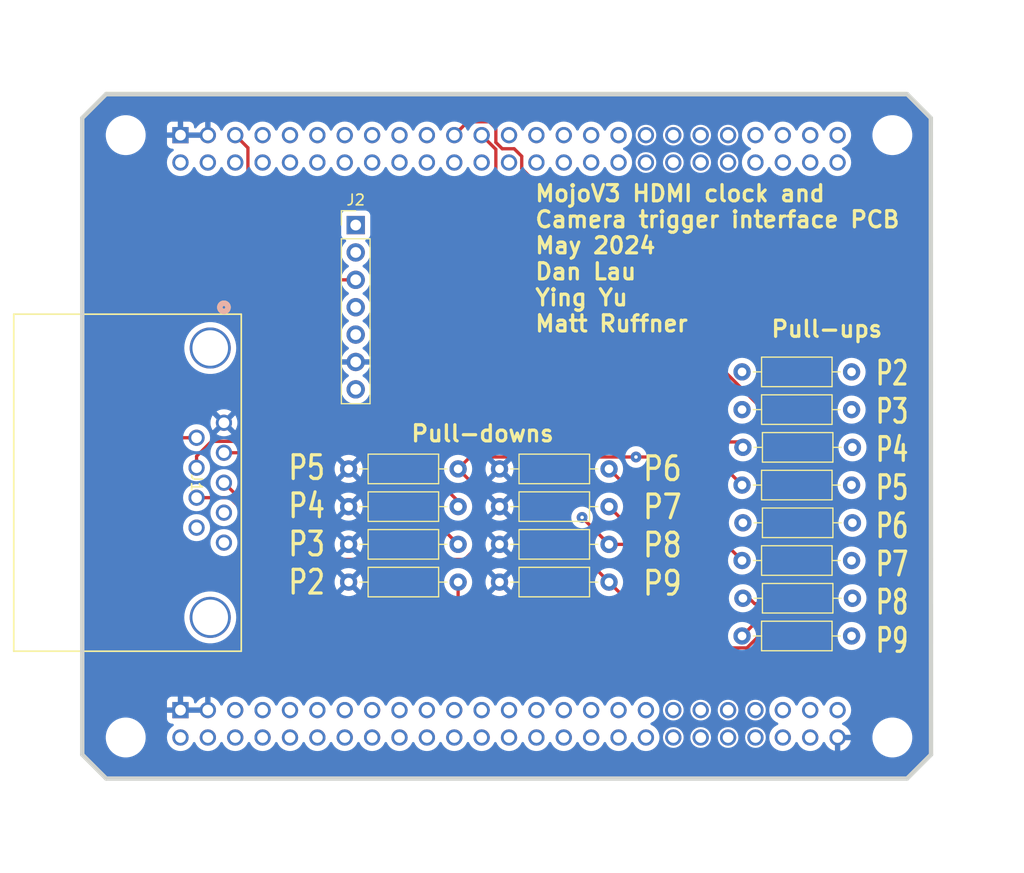
<source format=kicad_pcb>
(kicad_pcb (version 20240108) (generator "pcbnew") (generator_version "8.0")
  (layers (0 "F.Cu" signal) (1 "In1.Cu" signal) (2 "In2.Cu" signal) (31 "B.Cu" signal) (34 "B.Paste" user) (35 "F.Paste" user) (36 "B.SilkS" user "B.Silkscreen") (37 "F.SilkS" user "F.Silkscreen") (38 "B.Mask" user) (39 "F.Mask" user) (44 "Edge.Cuts" user))
  (net 0 "")
  (net 1 "GND")
  (net 2 "3V3")
  (net 3 "D21_P")
  (net 4 "D21_N")
  (net 5 "D11_P")
  (net 6 "D11_N")
  (net 7 "D01_P")
  (net 8 "D01_N")
  (net 9 "CLK1_P")
  (net 10 "CLK1_N")
  (net 11 "D22_P")
  (net 12 "D22_N")
  (net 13 "D12_P")
  (net 14 "D12_N")
  (net 15 "D02_P")
  (net 16 "D02_N")
  (net 17 "CLK2_P")
  (net 18 "CLK2_N")
  (net 19 "LINE_1_4")
  (net 20 "LINE_1_3")
  (net 21 "LINE_1_1")
  (net 22 "LINE_1_2")
  (net 23 "LINE_2_4")
  (net 24 "LINE_2_3")
  (net 25 "LINE_2_1")
  (net 26 "LINE_2_2")
  (net 27 "SCL1_M")
  (net 28 "SDA1_M")
  (net 29 "CTHPD2")
  (net 30 "HP1_M")
  (net 31 "SCL2_M")
  (net 32 "SDA2_M")
  (net 33 "HP2_M")
  (net 34 "5V")
  (net 35 "CTHPD1")
  (net 36 "SCL_C")
  (net 37 "SDA_C")
  (net 38 "PROG_CLK")
  (footprint "Resistor_THT:R_Axial_DIN0207_L6.3mm_D2.5mm_P10.16mm_Horizontal" (layer "F.Cu") (at 253.84 52.5)
    (property "Reference" "R5" (hide yes))
    (property "Value" "R-US_R0603" (hide yes))
    (fp_line (start 1.04 0) (end 1.81 0) (stroke (width 0.12)) (layer "F.SilkS"))
    (fp_line (start 1.81 -1.37) (end 1.81 1.37) (stroke (width 0.12)) (layer "F.SilkS"))
    (fp_line (start 1.81 1.37) (end 8.35 1.37) (stroke (width 0.12)) (layer "F.SilkS"))
    (fp_line (start 8.35 -1.37) (end 1.81 -1.37) (stroke (width 0.12)) (layer "F.SilkS"))
    (fp_line (start 8.35 1.37) (end 8.35 -1.37) (stroke (width 0.12)) (layer "F.SilkS"))
    (fp_line (start 9.12 0) (end 8.35 0) (stroke (width 0.12)) (layer "F.SilkS"))
    (pad "1" thru_hole circle (at 0 0) (size 1.6 1.6) (drill 0.8) (layers "*.Cu" "*.Mask") (net 21 "LINE_1_1"))
    (pad "2" thru_hole oval (at 10.16 0) (size 1.6 1.6) (drill 0.8) (layers "*.Cu" "*.Mask") (net 2 "3V3"))
  )
  (footprint "Resistor_THT:R_Axial_DIN0207_L6.3mm_D2.5mm_P10.16mm_Horizontal" (layer "F.Cu") (at 217.34 65)
    (property "Reference" "R38" (hide yes))
    (property "Value" "R-US_R0603" (hide yes))
    (fp_line (start 1.04 0) (end 1.81 0) (stroke (width 0.12)) (layer "F.SilkS"))
    (fp_line (start 1.81 -1.37) (end 1.81 1.37) (stroke (width 0.12)) (layer "F.SilkS"))
    (fp_line (start 1.81 1.37) (end 8.35 1.37) (stroke (width 0.12)) (layer "F.SilkS"))
    (fp_line (start 8.35 -1.37) (end 1.81 -1.37) (stroke (width 0.12)) (layer "F.SilkS"))
    (fp_line (start 8.35 1.37) (end 8.35 -1.37) (stroke (width 0.12)) (layer "F.SilkS"))
    (fp_line (start 9.12 0) (end 8.35 0) (stroke (width 0.12)) (layer "F.SilkS"))
    (pad "1" thru_hole circle (at 0 0) (size 1.6 1.6) (drill 0.8) (layers "*.Cu" "*.Mask") (net 1 "GND"))
    (pad "2" thru_hole oval (at 10.16 0) (size 1.6 1.6) (drill 0.8) (layers "*.Cu" "*.Mask") (net 20 "LINE_1_3"))
  )
  (footprint "Resistor_THT:R_Axial_DIN0207_L6.3mm_D2.5mm_P10.16mm_Horizontal" (layer "F.Cu") (at 231.34 72)
    (property "Reference" "R36" (hide yes))
    (property "Value" "R-US_R0603" (hide yes))
    (fp_line (start 1.04 0) (end 1.81 0) (stroke (width 0.12)) (layer "F.SilkS"))
    (fp_line (start 1.81 -1.37) (end 1.81 1.37) (stroke (width 0.12)) (layer "F.SilkS"))
    (fp_line (start 1.81 1.37) (end 8.35 1.37) (stroke (width 0.12)) (layer "F.SilkS"))
    (fp_line (start 8.35 -1.37) (end 1.81 -1.37) (stroke (width 0.12)) (layer "F.SilkS"))
    (fp_line (start 8.35 1.37) (end 8.35 -1.37) (stroke (width 0.12)) (layer "F.SilkS"))
    (fp_line (start 9.12 0) (end 8.35 0) (stroke (width 0.12)) (layer "F.SilkS"))
    (pad "1" thru_hole circle (at 0 0) (size 1.6 1.6) (drill 0.8) (layers "*.Cu" "*.Mask") (net 1 "GND"))
    (pad "2" thru_hole oval (at 10.16 0) (size 1.6 1.6) (drill 0.8) (layers "*.Cu" "*.Mask") (net 25 "LINE_2_1"))
  )
  (footprint "MOJO_V3" (layer "F.Cu") (at 192.8525 90.2266)
    (property "Reference" "U$1" (hide yes))
    (property "Value" "MOJOV3" (hide yes))
    (fp_line (start 76.165 -63.5) (end 2 -63.5) (stroke (width 0.4064)) (layer "F.SilkS"))
    (fp_line (start -0.2225 -61.2775) (end -0.2225 -2.2225) (stroke (width 0.4064)) (layer "Edge.Cuts"))
    (fp_line (start -0.2225 -2.2225) (end 2 0) (stroke (width 0.4064)) (layer "Edge.Cuts"))
    (fp_line (start 2 -63.5) (end -0.2225 -61.2775) (stroke (width 0.4064)) (layer "Edge.Cuts"))
    (fp_line (start 2 0) (end 76.295 0) (stroke (width 0.4064)) (layer "Edge.Cuts"))
    (fp_line (start 76.295 -63.5) (end 2 -63.5) (stroke (width 0.4064)) (layer "Edge.Cuts"))
    (fp_line (start 76.295 0) (end 78.5175 -2.2225) (stroke (width 0.4064)) (layer "Edge.Cuts"))
    (fp_line (start 78.5 -61.2775) (end 76.294982 -63.499982) (stroke (width 0.4064)) (layer "Edge.Cuts"))
    (fp_line (start 78.5175 -2.2225) (end 78.5 -61.2775) (stroke (width 0.4064)) (layer "Edge.Cuts"))
    (pad "" np_thru_hole circle (at 3.81 -59.69) (size 3.2 3.2) (drill 3.2) (layers "*.Cu" "*.Mask"))
    (pad "" np_thru_hole circle (at 3.81 -3.81) (size 3.2 3.2) (drill 3.2) (layers "*.Cu" "*.Mask"))
    (pad "" np_thru_hole circle (at 74.93 -59.69) (size 3.2 3.2) (drill 3.2) (layers "*.Cu" "*.Mask"))
    (pad "" np_thru_hole circle (at 74.93 -3.81) (size 3.2 3.2) (drill 3.2) (layers "*.Cu" "*.Mask"))
    (pad "1" thru_hole circle (at 49.53 -57.15) (size 1.508 1.508) (drill 1) (layers "*.Cu" "*.Mask") (net 27 "SCL1_M"))
    (pad "2" thru_hole circle (at 49.53 -59.69) (size 1.508 1.508) (drill 1) (layers "*.Cu" "*.Mask") (net 28 "SDA1_M"))
    (pad "5" thru_hole circle (at 46.99 -57.15) (size 1.508 1.508) (drill 1) (layers "*.Cu" "*.Mask") (net 30 "HP1_M"))
    (pad "6" thru_hole circle (at 46.99 -59.69) (size 1.508 1.508) (drill 1) (layers "*.Cu" "*.Mask"))
    (pad "7" thru_hole circle (at 44.45 -57.15) (size 1.508 1.508) (drill 1) (layers "*.Cu" "*.Mask") (net 35 "CTHPD1"))
    (pad "8" thru_hole circle (at 44.45 -59.69) (size 1.508 1.508) (drill 1) (layers "*.Cu" "*.Mask"))
    (pad "9" thru_hole circle (at 41.91 -57.15) (size 1.508 1.508) (drill 1) (layers "*.Cu" "*.Mask"))
    (pad "10" thru_hole circle (at 41.91 -59.69) (size 1.508 1.508) (drill 1) (layers "*.Cu" "*.Mask"))
    (pad "11" thru_hole circle (at 39.37 -57.15) (size 1.508 1.508) (drill 1) (layers "*.Cu" "*.Mask") (net 22 "LINE_1_2"))
    (pad "12" thru_hole circle (at 39.37 -59.69) (size 1.508 1.508) (drill 1) (layers "*.Cu" "*.Mask") (net 21 "LINE_1_1"))
    (pad "14" thru_hole circle (at 36.83 -57.15) (size 1.508 1.508) (drill 1) (layers "*.Cu" "*.Mask") (net 19 "LINE_1_4"))
    (pad "15" thru_hole circle (at 36.83 -59.69) (size 1.508 1.508) (drill 1) (layers "*.Cu" "*.Mask") (net 20 "LINE_1_3"))
    (pad "16" thru_hole circle (at 34.29 -57.15) (size 1.508 1.508) (drill 1) (layers "*.Cu" "*.Mask") (net 26 "LINE_2_2"))
    (pad "17" thru_hole circle (at 34.29 -59.69) (size 1.508 1.508) (drill 1) (layers "*.Cu" "*.Mask") (net 25 "LINE_2_1"))
    (pad "21" thru_hole circle (at 31.75 -57.15) (size 1.508 1.508) (drill 1) (layers "*.Cu" "*.Mask") (net 23 "LINE_2_4"))
    (pad "22" thru_hole circle (at 31.75 -59.69) (size 1.508 1.508) (drill 1) (layers "*.Cu" "*.Mask") (net 24 "LINE_2_3"))
    (pad "23" thru_hole circle (at 29.21 -57.15) (size 1.508 1.508) (drill 1) (layers "*.Cu" "*.Mask") (net 36 "SCL_C"))
    (pad "24" thru_hole circle (at 29.21 -59.69) (size 1.508 1.508) (drill 1) (layers "*.Cu" "*.Mask") (net 37 "SDA_C"))
    (pad "26" thru_hole circle (at 26.67 -57.15) (size 1.508 1.508) (drill 1) (layers "*.Cu" "*.Mask"))
    (pad "27" thru_hole circle (at 26.67 -59.69) (size 1.508 1.508) (drill 1) (layers "*.Cu" "*.Mask"))
    (pad "29" thru_hole circle (at 24.13 -57.15) (size 1.508 1.508) (drill 1) (layers "*.Cu" "*.Mask"))
    (pad "30" thru_hole circle (at 24.13 -59.69) (size 1.508 1.508) (drill 1) (layers "*.Cu" "*.Mask"))
    (pad "32" thru_hole circle (at 21.59 -57.15) (size 1.508 1.508) (drill 1) (layers "*.Cu" "*.Mask"))
    (pad "33" thru_hole circle (at 21.59 -59.69) (size 1.508 1.508) (drill 1) (layers "*.Cu" "*.Mask"))
    (pad "34" thru_hole circle (at 19.05 -57.15) (size 1.508 1.508) (drill 1) (layers "*.Cu" "*.Mask"))
    (pad "35" thru_hole circle (at 19.05 -59.69) (size 1.508 1.508) (drill 1) (layers "*.Cu" "*.Mask"))
    (pad "40" thru_hole circle (at 16.51 -57.15) (size 1.508 1.508) (drill 1) (layers "*.Cu" "*.Mask"))
    (pad "41" thru_hole circle (at 16.51 -59.69) (size 1.508 1.508) (drill 1) (layers "*.Cu" "*.Mask"))
    (pad "50" thru_hole circle (at 13.97 -57.15) (size 1.508 1.508) (drill 1) (layers "*.Cu" "*.Mask"))
    (pad "51" thru_hole circle (at 13.97 -59.69) (size 1.508 1.508) (drill 1) (layers "*.Cu" "*.Mask") (net 38 "PROG_CLK"))
    (pad "57" thru_hole circle (at 16.51 -3.81) (size 1.508 1.508) (drill 1) (layers "*.Cu" "*.Mask"))
    (pad "58" thru_hole circle (at 16.51 -6.35) (size 1.508 1.508) (drill 1) (layers "*.Cu" "*.Mask"))
    (pad "66" thru_hole circle (at 19.05 -3.81) (size 1.508 1.508) (drill 1) (layers "*.Cu" "*.Mask"))
    (pad "67" thru_hole circle (at 19.05 -6.35) (size 1.508 1.508) (drill 1) (layers "*.Cu" "*.Mask"))
    (pad "74" thru_hole circle (at 21.59 -3.81) (size 1.508 1.508) (drill 1) (layers "*.Cu" "*.Mask"))
    (pad "75" thru_hole circle (at 21.59 -6.35) (size 1.508 1.508) (drill 1) (layers "*.Cu" "*.Mask"))
    (pad "78" thru_hole circle (at 24.13 -3.81) (size 1.508 1.508) (drill 1) (layers "*.Cu" "*.Mask"))
    (pad "79" thru_hole circle (at 24.13 -6.35) (size 1.508 1.508) (drill 1) (layers "*.Cu" "*.Mask"))
    (pad "80" thru_hole circle (at 26.67 -3.81) (size 1.508 1.508) (drill 1) (layers "*.Cu" "*.Mask"))
    (pad "81" thru_hole circle (at 26.67 -6.35) (size 1.508 1.508) (drill 1) (layers "*.Cu" "*.Mask"))
    (pad "82" thru_hole circle (at 29.21 -3.81) (size 1.508 1.508) (drill 1) (layers "*.Cu" "*.Mask"))
    (pad "83" thru_hole circle (at 29.21 -6.35) (size 1.508 1.508) (drill 1) (layers "*.Cu" "*.Mask"))
    (pad "84" thru_hole circle (at 31.75 -3.81) (size 1.508 1.508) (drill 1) (layers "*.Cu" "*.Mask"))
    (pad "85" thru_hole circle (at 31.75 -6.35) (size 1.508 1.508) (drill 1) (layers "*.Cu" "*.Mask"))
    (pad "87" thru_hole circle (at 34.29 -3.81) (size 1.508 1.508) (drill 1) (layers "*.Cu" "*.Mask"))
    (pad "88" thru_hole circle (at 34.29 -6.35) (size 1.508 1.508) (drill 1) (layers "*.Cu" "*.Mask"))
    (pad "92" thru_hole circle (at 36.83 -3.81) (size 1.508 1.508) (drill 1) (layers "*.Cu" "*.Mask"))
    (pad "93" thru_hole circle (at 36.83 -6.35) (size 1.508 1.508) (drill 1) (layers "*.Cu" "*.Mask"))
    (pad "94" thru_hole circle (at 39.37 -3.81) (size 1.508 1.508) (drill 1) (layers "*.Cu" "*.Mask"))
    (pad "95" thru_hole circle (at 39.37 -6.35) (size 1.508 1.508) (drill 1) (layers "*.Cu" "*.Mask") (net 31 "SCL2_M"))
    (pad "97" thru_hole circle (at 41.91 -3.81) (size 1.508 1.508) (drill 1) (layers "*.Cu" "*.Mask"))
    (pad "98" thru_hole circle (at 41.91 -6.35) (size 1.508 1.508) (drill 1) (layers "*.Cu" "*.Mask") (net 32 "SDA2_M"))
    (pad "99" thru_hole circle (at 44.45 -3.81) (size 1.508 1.508) (drill 1) (layers "*.Cu" "*.Mask"))
    (pad "100" thru_hole circle (at 44.45 -6.35) (size 1.508 1.508) (drill 1) (layers "*.Cu" "*.Mask") (net 33 "HP2_M"))
    (pad "101" thru_hole circle (at 46.99 -3.81) (size 1.508 1.508) (drill 1) (layers "*.Cu" "*.Mask"))
    (pad "102" thru_hole circle (at 46.99 -6.35) (size 1.508 1.508) (drill 1) (layers "*.Cu" "*.Mask") (net 29 "CTHPD2"))
    (pad "104" thru_hole circle (at 49.53 -3.81) (size 1.508 1.508) (drill 1) (layers "*.Cu" "*.Mask"))
    (pad "105" thru_hole circle (at 49.53 -6.35) (size 1.508 1.508) (drill 1) (layers "*.Cu" "*.Mask"))
    (pad "111" thru_hole circle (at 52.07 -3.81) (size 1.508 1.508) (drill 1) (layers "*.Cu" "*.Mask"))
    (pad "112" thru_hole circle (at 52.07 -6.35) (size 1.508 1.508) (drill 1) (layers "*.Cu" "*.Mask"))
    (pad "114" thru_hole circle (at 54.61 -3.81) (size 1.508 1.508) (drill 1) (layers "*.Cu" "*.Mask") (net 12 "D22_N"))
    (pad "115" thru_hole circle (at 54.61 -6.35) (size 1.508 1.508) (drill 1) (layers "*.Cu" "*.Mask") (net 11 "D22_P"))
    (pad "116" thru_hole circle (at 57.15 -3.81) (size 1.508 1.508) (drill 1) (layers "*.Cu" "*.Mask") (net 14 "D12_N"))
    (pad "117" thru_hole circle (at 57.15 -6.35) (size 1.508 1.508) (drill 1) (layers "*.Cu" "*.Mask") (net 13 "D12_P"))
    (pad "118" thru_hole circle (at 59.69 -3.81) (size 1.508 1.508) (drill 1) (layers "*.Cu" "*.Mask") (net 16 "D02_N"))
    (pad "119" thru_hole circle (at 59.69 -6.35) (size 1.508 1.508) (drill 1) (layers "*.Cu" "*.Mask") (net 15 "D02_P"))
    (pad "120" thru_hole circle (at 62.23 -3.81) (size 1.508 1.508) (drill 1) (layers "*.Cu" "*.Mask") (net 18 "CLK2_N"))
    (pad "121" thru_hole circle (at 62.23 -6.35) (size 1.508 1.508) (drill 1) (layers "*.Cu" "*.Mask") (net 17 "CLK2_P"))
    (pad "123" thru_hole circle (at 69.85 -57.15) (size 1.508 1.508) (drill 1) (layers "*.Cu" "*.Mask"))
    (pad "124" thru_hole circle (at 69.85 -59.69) (size 1.508 1.508) (drill 1) (layers "*.Cu" "*.Mask"))
    (pad "126" thru_hole circle (at 67.31 -57.15) (size 1.508 1.508) (drill 1) (layers "*.Cu" "*.Mask"))
    (pad "127" thru_hole circle (at 67.31 -59.69) (size 1.508 1.508) (drill 1) (layers "*.Cu" "*.Mask"))
    (pad "131" thru_hole circle (at 64.77 -57.15) (size 1.508 1.508) (drill 1) (layers "*.Cu" "*.Mask"))
    (pad "132" thru_hole circle (at 64.77 -59.69) (size 1.508 1.508) (drill 1) (layers "*.Cu" "*.Mask"))
    (pad "133" thru_hole circle (at 62.23 -57.15) (size 1.508 1.508) (drill 1) (layers "*.Cu" "*.Mask"))
    (pad "134" thru_hole circle (at 62.23 -59.69) (size 1.508 1.508) (drill 1) (layers "*.Cu" "*.Mask"))
    (pad "137" thru_hole circle (at 59.69 -57.15) (size 1.508 1.508) (drill 1) (layers "*.Cu" "*.Mask") (net 4 "D21_N"))
    (pad "138" thru_hole circle (at 59.69 -59.69) (size 1.508 1.508) (drill 1) (layers "*.Cu" "*.Mask") (net 3 "D21_P"))
    (pad "139" thru_hole circle (at 57.15 -57.15) (size 1.508 1.508) (drill 1) (layers "*.Cu" "*.Mask") (net 6 "D11_N"))
    (pad "140" thru_hole circle (at 57.15 -59.69) (size 1.508 1.508) (drill 1) (layers "*.Cu" "*.Mask") (net 5 "D11_P"))
    (pad "141" thru_hole circle (at 54.61 -57.15) (size 1.508 1.508) (drill 1) (layers "*.Cu" "*.Mask") (net 8 "D01_N"))
    (pad "142" thru_hole circle (at 54.61 -59.69) (size 1.508 1.508) (drill 1) (layers "*.Cu" "*.Mask") (net 7 "D01_P"))
    (pad "143" thru_hole circle (at 52.07 -57.15) (size 1.508 1.508) (drill 1) (layers "*.Cu" "*.Mask") (net 10 "CLK1_N"))
    (pad "144" thru_hole circle (at 52.07 -59.69) (size 1.508 1.508) (drill 1) (layers "*.Cu" "*.Mask") (net 9 "CLK1_P"))
    (pad "DONE" thru_hole circle (at 13.97 -3.81) (size 1.508 1.508) (drill 1) (layers "*.Cu" "*.Mask"))
    (pad "GND@1" thru_hole rect (at 8.89 -59.69) (size 1.508 1.508) (drill 1) (layers "*.Cu" "*.Mask") (net 1 "GND"))
    (pad "GND@2" thru_hole circle (at 11.43 -59.69) (size 1.508 1.508) (drill 1) (layers "*.Cu" "*.Mask") (net 1 "GND"))
    (pad "GND@3" thru_hole rect (at 8.89 -6.35) (size 1.508 1.508) (drill 1) (layers "*.Cu" "*.Mask") (net 1 "GND"))
    (pad "GND@4" thru_hole circle (at 11.43 -6.35) (size 1.508 1.508) (drill 1) (layers "*.Cu" "*.Mask") (net 1 "GND"))
    (pad "GND@6" thru_hole circle (at 69.85 -3.81) (size 1.508 1.508) (drill 1) (layers "*.Cu" "*.Mask") (net 1 "GND"))
    (pad "RAW@1" thru_hole circle (at 8.89 -57.15) (size 1.508 1.508) (drill 1) (layers "*.Cu" "*.Mask") (net 34 "5V"))
    (pad "RAW@2" thru_hole circle (at 8.89 -3.81) (size 1.508 1.508) (drill 1) (layers "*.Cu" "*.Mask") (net 34 "5V"))
    (pad "RST" thru_hole circle (at 69.85 -6.35) (size 1.508 1.508) (drill 1) (layers "*.Cu" "*.Mask"))
    (pad "SUS" thru_hole circle (at 13.97 -6.35) (size 1.508 1.508) (drill 1) (layers "*.Cu" "*.Mask"))
    (pad "TCK" thru_hole circle (at 67.31 -3.81) (size 1.508 1.508) (drill 1) (layers "*.Cu" "*.Mask"))
    (pad "TDI" thru_hole circle (at 67.31 -6.35) (size 1.508 1.508) (drill 1) (layers "*.Cu" "*.Mask"))
    (pad "TDO" thru_hole circle (at 64.77 -3.81) (size 1.508 1.508) (drill 1) (layers "*.Cu" "*.Mask"))
    (pad "TMS" thru_hole circle (at 64.77 -6.35) (size 1.508 1.508) (drill 1) (layers "*.Cu" "*.Mask"))
    (pad "V@1" thru_hole circle (at 11.43 -57.15) (size 1.508 1.508) (drill 1) (layers "*.Cu" "*.Mask") (net 2 "3V3"))
    (pad "V@2" thru_hole circle (at 11.43 -3.81) (size 1.508 1.508) (drill 1) (layers "*.Cu" "*.Mask") (net 2 "3V3"))
  )
  (footprint "Connector_PinHeader_2.54mm:PinHeader_1x07_P2.54mm_Vertical" (layer "F.Cu") (at 218 38.88)
    (property "Reference" "J2" (at 0 -2.33 360) (layer "F.SilkS"))
    (property "Value" "SI5351")
    (fp_line (start -1.33 -1.33) (end 0 -1.33) (stroke (width 0.12)) (layer "F.SilkS"))
    (fp_line (start -1.33 0) (end -1.33 -1.33) (stroke (width 0.12)) (layer "F.SilkS"))
    (fp_line (start -1.33 1.27) (end -1.33 16.57) (stroke (width 0.12)) (layer "F.SilkS"))
    (fp_line (start -1.33 1.27) (end 1.33 1.27) (stroke (width 0.12)) (layer "F.SilkS"))
    (fp_line (start -1.33 16.57) (end 1.33 16.57) (stroke (width 0.12)) (layer "F.SilkS"))
    (fp_line (start 1.33 1.27) (end 1.33 16.57) (stroke (width 0.12)) (layer "F.SilkS"))
    (pad "1" thru_hole rect (at 0 0) (size 1.7 1.7) (drill 1) (layers "*.Cu" "*.Mask"))
    (pad "2" thru_hole oval (at 0 2.54) (size 1.7 1.7) (drill 1) (layers "*.Cu" "*.Mask"))
    (pad "3" thru_hole oval (at 0 5.08) (size 1.7 1.7) (drill 1) (layers "*.Cu" "*.Mask") (net 38 "PROG_CLK"))
    (pad "4" thru_hole oval (at 0 7.62) (size 1.7 1.7) (drill 1) (layers "*.Cu" "*.Mask") (net 36 "SCL_C"))
    (pad "5" thru_hole oval (at 0 10.16) (size 1.7 1.7) (drill 1) (layers "*.Cu" "*.Mask") (net 37 "SDA_C"))
    (pad "6" thru_hole oval (at 0 12.7) (size 1.7 1.7) (drill 1) (layers "*.Cu" "*.Mask") (net 1 "GND"))
    (pad "7" thru_hole oval (at 0 15.24) (size 1.7 1.7) (drill 1) (layers "*.Cu" "*.Mask") (net 2 "3V3"))
  )
  (footprint "Resistor_THT:R_Axial_DIN0207_L6.3mm_D2.5mm_P10.16mm_Horizontal" (layer "F.Cu") (at 231.34 61.5)
    (property "Reference" "R33" (hide yes))
    (property "Value" "R-US_R0603" (hide yes))
    (fp_line (start 1.04 0) (end 1.81 0) (stroke (width 0.12)) (layer "F.SilkS"))
    (fp_line (start 1.81 -1.37) (end 1.81 1.37) (stroke (width 0.12)) (layer "F.SilkS"))
    (fp_line (start 1.81 1.37) (end 8.35 1.37) (stroke (width 0.12)) (layer "F.SilkS"))
    (fp_line (start 8.35 -1.37) (end 1.81 -1.37) (stroke (width 0.12)) (layer "F.SilkS"))
    (fp_line (start 8.35 1.37) (end 8.35 -1.37) (stroke (width 0.12)) (layer "F.SilkS"))
    (fp_line (start 9.12 0) (end 8.35 0) (stroke (width 0.12)) (layer "F.SilkS"))
    (pad "1" thru_hole circle (at 0 0) (size 1.6 1.6) (drill 0.8) (layers "*.Cu" "*.Mask") (net 1 "GND"))
    (pad "2" thru_hole oval (at 10.16 0) (size 1.6 1.6) (drill 0.8) (layers "*.Cu" "*.Mask") (net 23 "LINE_2_4"))
  )
  (footprint "Resistor_THT:R_Axial_DIN0207_L6.3mm_D2.5mm_P10.16mm_Horizontal" (layer "F.Cu") (at 253.84 56)
    (property "Reference" "R6" (hide yes))
    (property "Value" "R-US_R0603" (hide yes))
    (fp_line (start 1.04 0) (end 1.81 0) (stroke (width 0.12)) (layer "F.SilkS"))
    (fp_line (start 1.81 -1.37) (end 1.81 1.37) (stroke (width 0.12)) (layer "F.SilkS"))
    (fp_line (start 1.81 1.37) (end 8.35 1.37) (stroke (width 0.12)) (layer "F.SilkS"))
    (fp_line (start 8.35 -1.37) (end 1.81 -1.37) (stroke (width 0.12)) (layer "F.SilkS"))
    (fp_line (start 8.35 1.37) (end 8.35 -1.37) (stroke (width 0.12)) (layer "F.SilkS"))
    (fp_line (start 9.12 0) (end 8.35 0) (stroke (width 0.12)) (layer "F.SilkS"))
    (pad "1" thru_hole circle (at 0 0) (size 1.6 1.6) (drill 0.8) (layers "*.Cu" "*.Mask") (net 22 "LINE_1_2"))
    (pad "2" thru_hole oval (at 10.16 0) (size 1.6 1.6) (drill 0.8) (layers "*.Cu" "*.Mask") (net 2 "3V3"))
  )
  (footprint "Resistor_THT:R_Axial_DIN0207_L6.3mm_D2.5mm_P10.16mm_Horizontal" (layer "F.Cu") (at 217.34 61.5)
    (property "Reference" "R37" (hide yes))
    (property "Value" "R-US_R0603" (hide yes))
    (fp_line (start 1.04 0) (end 1.81 0) (stroke (width 0.12)) (layer "F.SilkS"))
    (fp_line (start 1.81 -1.37) (end 1.81 1.37) (stroke (width 0.12)) (layer "F.SilkS"))
    (fp_line (start 1.81 1.37) (end 8.35 1.37) (stroke (width 0.12)) (layer "F.SilkS"))
    (fp_line (start 8.35 -1.37) (end 1.81 -1.37) (stroke (width 0.12)) (layer "F.SilkS"))
    (fp_line (start 8.35 1.37) (end 8.35 -1.37) (stroke (width 0.12)) (layer "F.SilkS"))
    (fp_line (start 9.12 0) (end 8.35 0) (stroke (width 0.12)) (layer "F.SilkS"))
    (pad "1" thru_hole circle (at 0 0) (size 1.6 1.6) (drill 0.8) (layers "*.Cu" "*.Mask") (net 1 "GND"))
    (pad "2" thru_hole oval (at 10.16 0) (size 1.6 1.6) (drill 0.8) (layers "*.Cu" "*.Mask") (net 19 "LINE_1_4"))
  )
  (footprint "Resistor_THT:R_Axial_DIN0207_L6.3mm_D2.5mm_P10.16mm_Horizontal" (layer "F.Cu") (at 253.84 70)
    (property "Reference" "R30" (hide yes))
    (property "Value" "R-US_R0603" (hide yes))
    (fp_line (start 1.04 0) (end 1.81 0) (stroke (width 0.12)) (layer "F.SilkS"))
    (fp_line (start 1.81 -1.37) (end 1.81 1.37) (stroke (width 0.12)) (layer "F.SilkS"))
    (fp_line (start 1.81 1.37) (end 8.35 1.37) (stroke (width 0.12)) (layer "F.SilkS"))
    (fp_line (start 8.35 -1.37) (end 1.81 -1.37) (stroke (width 0.12)) (layer "F.SilkS"))
    (fp_line (start 8.35 1.37) (end 8.35 -1.37) (stroke (width 0.12)) (layer "F.SilkS"))
    (fp_line (start 9.12 0) (end 8.35 0) (stroke (width 0.12)) (layer "F.SilkS"))
    (pad "1" thru_hole circle (at 0 0) (size 1.6 1.6) (drill 0.8) (layers "*.Cu" "*.Mask") (net 26 "LINE_2_2"))
    (pad "2" thru_hole oval (at 10.16 0) (size 1.6 1.6) (drill 0.8) (layers "*.Cu" "*.Mask") (net 2 "3V3"))
  )
  (footprint "Resistor_THT:R_Axial_DIN0207_L6.3mm_D2.5mm_P10.16mm_Horizontal" (layer "F.Cu") (at 253.84 77)
    (property "Reference" "R32" (hide yes))
    (property "Value" "R-US_R0603" (hide yes))
    (fp_line (start 1.04 0) (end 1.81 0) (stroke (width 0.12)) (layer "F.SilkS"))
    (fp_line (start 1.81 -1.37) (end 1.81 1.37) (stroke (width 0.12)) (layer "F.SilkS"))
    (fp_line (start 1.81 1.37) (end 8.35 1.37) (stroke (width 0.12)) (layer "F.SilkS"))
    (fp_line (start 8.35 -1.37) (end 1.81 -1.37) (stroke (width 0.12)) (layer "F.SilkS"))
    (fp_line (start 8.35 1.37) (end 8.35 -1.37) (stroke (width 0.12)) (layer "F.SilkS"))
    (fp_line (start 9.12 0) (end 8.35 0) (stroke (width 0.12)) (layer "F.SilkS"))
    (pad "1" thru_hole circle (at 0 0) (size 1.6 1.6) (drill 0.8) (layers "*.Cu" "*.Mask") (net 23 "LINE_2_4"))
    (pad "2" thru_hole oval (at 10.16 0) (size 1.6 1.6) (drill 0.8) (layers "*.Cu" "*.Mask") (net 2 "3V3"))
  )
  (footprint "Resistor_THT:R_Axial_DIN0207_L6.3mm_D2.5mm_P10.16mm_Horizontal" (layer "F.Cu") (at 217.34 72)
    (property "Reference" "R40" (hide yes))
    (property "Value" "R-US_R0603" (hide yes))
    (fp_line (start 1.04 0) (end 1.81 0) (stroke (width 0.12)) (layer "F.SilkS"))
    (fp_line (start 1.81 -1.37) (end 1.81 1.37) (stroke (width 0.12)) (layer "F.SilkS"))
    (fp_line (start 1.81 1.37) (end 8.35 1.37) (stroke (width 0.12)) (layer "F.SilkS"))
    (fp_line (start 8.35 -1.37) (end 1.81 -1.37) (stroke (width 0.12)) (layer "F.SilkS"))
    (fp_line (start 8.35 1.37) (end 8.35 -1.37) (stroke (width 0.12)) (layer "F.SilkS"))
    (fp_line (start 9.12 0) (end 8.35 0) (stroke (width 0.12)) (layer "F.SilkS"))
    (pad "1" thru_hole circle (at 0 0) (size 1.6 1.6) (drill 0.8) (layers "*.Cu" "*.Mask") (net 1 "GND"))
    (pad "2" thru_hole oval (at 10.16 0) (size 1.6 1.6) (drill 0.8) (layers "*.Cu" "*.Mask") (net 21 "LINE_1_1"))
  )
  (footprint "Resistor_THT:R_Axial_DIN0207_L6.3mm_D2.5mm_P10.16mm_Horizontal" (layer "F.Cu") (at 231.34 68.5)
    (property "Reference" "R35" (hide yes))
    (property "Value" "R-US_R0603" (hide yes))
    (fp_line (start 1.04 0) (end 1.81 0) (stroke (width 0.12)) (layer "F.SilkS"))
    (fp_line (start 1.81 -1.37) (end 1.81 1.37) (stroke (width 0.12)) (layer "F.SilkS"))
    (fp_line (start 1.81 1.37) (end 8.35 1.37) (stroke (width 0.12)) (layer "F.SilkS"))
    (fp_line (start 8.35 -1.37) (end 1.81 -1.37) (stroke (width 0.12)) (layer "F.SilkS"))
    (fp_line (start 8.35 1.37) (end 8.35 -1.37) (stroke (width 0.12)) (layer "F.SilkS"))
    (fp_line (start 9.12 0) (end 8.35 0) (stroke (width 0.12)) (layer "F.SilkS"))
    (pad "1" thru_hole circle (at 0 0) (size 1.6 1.6) (drill 0.8) (layers "*.Cu" "*.Mask") (net 1 "GND"))
    (pad "2" thru_hole oval (at 10.16 0) (size 1.6 1.6) (drill 0.8) (layers "*.Cu" "*.Mask") (net 26 "LINE_2_2"))
  )
  (footprint "Resistor_THT:R_Axial_DIN0207_L6.3mm_D2.5mm_P10.16mm_Horizontal" (layer "F.Cu") (at 253.92 59.5)
    (property "Reference" "R27" (hide yes))
    (property "Value" "R-US_R0603" (hide yes))
    (fp_line (start 1.04 0) (end 1.81 0) (stroke (width 0.12)) (layer "F.SilkS"))
    (fp_line (start 1.81 -1.37) (end 1.81 1.37) (stroke (width 0.12)) (layer "F.SilkS"))
    (fp_line (start 1.81 1.37) (end 8.35 1.37) (stroke (width 0.12)) (layer "F.SilkS"))
    (fp_line (start 8.35 -1.37) (end 1.81 -1.37) (stroke (width 0.12)) (layer "F.SilkS"))
    (fp_line (start 8.35 1.37) (end 8.35 -1.37) (stroke (width 0.12)) (layer "F.SilkS"))
    (fp_line (start 9.12 0) (end 8.35 0) (stroke (width 0.12)) (layer "F.SilkS"))
    (pad "1" thru_hole circle (at 0 0) (size 1.6 1.6) (drill 0.8) (layers "*.Cu" "*.Mask") (net 20 "LINE_1_3"))
    (pad "2" thru_hole oval (at 10.16 0) (size 1.6 1.6) (drill 0.8) (layers "*.Cu" "*.Mask") (net 2 "3V3"))
  )
  (footprint "MOJO-Library:CONN9X1_2286550-1_TEC" (layer "F.Cu") (at 205.774801 57.220001 -90)
    (property "Reference" "J1" (at 5.559999 2.54 -90) (layer "F.SilkS"))
    (property "Value" "2301843-1")
    (fp_circle (center -10.708701 0) (end -10.327701 0) (stroke (width 0.508)) (fill none) (layer "B.SilkS"))
    (fp_line (start -10.073701 19.5004) (end 21.193699 19.5004) (stroke (width 0.1524)) (layer "F.SilkS"))
    (fp_line (start 21.193699 19.5004) (end 21.193699 -1.607) (stroke (width 0.1524)) (layer "F.SilkS"))
    (fp_line (start -10.073701 -1.607) (end -10.073701 19.5004) (stroke (width 0.1524)) (layer "F.SilkS"))
    (fp_line (start 21.193699 -1.607) (end -10.073701 -1.607) (stroke (width 0.1524)) (layer "F.SilkS"))
    (fp_circle (center -10.708701 0) (end -10.327701 0) (stroke (width 0.508)) (fill none) (layer "F.SilkS"))
    (pad "1" thru_hole circle (at 0 0 270) (size 1.4986 1.4986) (drill 0.9906) (layers "*.Cu" "*.Mask") (net 1 "GND"))
    (pad "2" thru_hole circle (at 1.39 2.54 270) (size 1.4986 1.4986) (drill 0.9906) (layers "*.Cu" "*.Mask") (net 21 "LINE_1_1"))
    (pad "3" thru_hole circle (at 2.779999 0 270) (size 1.4986 1.4986) (drill 0.9906) (layers "*.Cu" "*.Mask") (net 22 "LINE_1_2"))
    (pad "4" thru_hole circle (at 4.169999 2.54 270) (size 1.4986 1.4986) (drill 0.9906) (layers "*.Cu" "*.Mask") (net 20 "LINE_1_3"))
    (pad "5" thru_hole circle (at 5.559999 0 270) (size 1.4986 1.4986) (drill 0.9906) (layers "*.Cu" "*.Mask") (net 19 "LINE_1_4"))
    (pad "6" thru_hole circle (at 6.949999 2.54 270) (size 1.4986 1.4986) (drill 0.9906) (layers "*.Cu" "*.Mask") (net 25 "LINE_2_1"))
    (pad "7" thru_hole circle (at 8.339999 0 270) (size 1.4986 1.4986) (drill 0.9906) (layers "*.Cu" "*.Mask") (net 26 "LINE_2_2"))
    (pad "8" thru_hole circle (at 9.729998 2.54 270) (size 1.4986 1.4986) (drill 0.9906) (layers "*.Cu" "*.Mask") (net 24 "LINE_2_3"))
    (pad "9" thru_hole circle (at 11.119998 0 270) (size 1.4986 1.4986) (drill 0.9906) (layers "*.Cu" "*.Mask") (net 23 "LINE_2_4"))
    (pad "10" thru_hole circle (at -6.935 1.27 270) (size 3.81 3.81) (drill 3.302) (layers "*.Cu" "*.Mask"))
    (pad "11" thru_hole circle (at 18.054998 1.27 270) (size 3.81 3.81) (drill 3.302) (layers "*.Cu" "*.Mask"))
  )
  (footprint "Resistor_THT:R_Axial_DIN0207_L6.3mm_D2.5mm_P10.16mm_Horizontal" (layer "F.Cu") (at 253.84 63)
    (property "Reference" "R28" (hide yes))
    (property "Value" "R-US_R0603" (hide yes))
    (fp_line (start 1.04 0) (end 1.81 0) (stroke (width 0.12)) (layer "F.SilkS"))
    (fp_line (start 1.81 -1.37) (end 1.81 1.37) (stroke (width 0.12)) (layer "F.SilkS"))
    (fp_line (start 1.81 1.37) (end 8.35 1.37) (stroke (width 0.12)) (layer "F.SilkS"))
    (fp_line (start 8.35 -1.37) (end 1.81 -1.37) (stroke (width 0.12)) (layer "F.SilkS"))
    (fp_line (start 8.35 1.37) (end 8.35 -1.37) (stroke (width 0.12)) (layer "F.SilkS"))
    (fp_line (start 9.12 0) (end 8.35 0) (stroke (width 0.12)) (layer "F.SilkS"))
    (pad "1" thru_hole circle (at 0 0) (size 1.6 1.6) (drill 0.8) (layers "*.Cu" "*.Mask") (net 19 "LINE_1_4"))
    (pad "2" thru_hole oval (at 10.16 0) (size 1.6 1.6) (drill 0.8) (layers "*.Cu" "*.Mask") (net 2 "3V3"))
  )
  (footprint "Resistor_THT:R_Axial_DIN0207_L6.3mm_D2.5mm_P10.16mm_Horizontal" (layer "F.Cu") (at 253.92 66.5)
    (property "Reference" "R29" (hide yes))
    (property "Value" "R-US_R0603" (hide yes))
    (fp_line (start 1.04 0) (end 1.81 0) (stroke (width 0.12)) (layer "F.SilkS"))
    (fp_line (start 1.81 -1.37) (end 1.81 1.37) (stroke (width 0.12)) (layer "F.SilkS"))
    (fp_line (start 1.81 1.37) (end 8.35 1.37) (stroke (width 0.12)) (layer "F.SilkS"))
    (fp_line (start 8.35 -1.37) (end 1.81 -1.37) (stroke (width 0.12)) (layer "F.SilkS"))
    (fp_line (start 8.35 1.37) (end 8.35 -1.37) (stroke (width 0.12)) (layer "F.SilkS"))
    (fp_line (start 9.12 0) (end 8.35 0) (stroke (width 0.12)) (layer "F.SilkS"))
    (pad "1" thru_hole circle (at 0 0) (size 1.6 1.6) (drill 0.8) (layers "*.Cu" "*.Mask") (net 25 "LINE_2_1"))
    (pad "2" thru_hole oval (at 10.16 0) (size 1.6 1.6) (drill 0.8) (layers "*.Cu" "*.Mask") (net 2 "3V3"))
  )
  (footprint "Resistor_THT:R_Axial_DIN0207_L6.3mm_D2.5mm_P10.16mm_Horizontal" (layer "F.Cu") (at 253.92 73.5)
    (property "Reference" "R31" (hide yes))
    (property "Value" "R-US_R0603" (hide yes))
    (fp_line (start 1.04 0) (end 1.81 0) (stroke (width 0.12)) (layer "F.SilkS"))
    (fp_line (start 1.81 -1.37) (end 1.81 1.37) (stroke (width 0.12)) (layer "F.SilkS"))
    (fp_line (start 1.81 1.37) (end 8.35 1.37) (stroke (width 0.12)) (layer "F.SilkS"))
    (fp_line (start 8.35 -1.37) (end 1.81 -1.37) (stroke (width 0.12)) (layer "F.SilkS"))
    (fp_line (start 8.35 1.37) (end 8.35 -1.37) (stroke (width 0.12)) (layer "F.SilkS"))
    (fp_line (start 9.12 0) (end 8.35 0) (stroke (width 0.12)) (layer "F.SilkS"))
    (pad "1" thru_hole circle (at 0 0) (size 1.6 1.6) (drill 0.8) (layers "*.Cu" "*.Mask") (net 24 "LINE_2_3"))
    (pad "2" thru_hole oval (at 10.16 0) (size 1.6 1.6) (drill 0.8) (layers "*.Cu" "*.Mask") (net 2 "3V3"))
  )
  (footprint "Resistor_THT:R_Axial_DIN0207_L6.3mm_D2.5mm_P10.16mm_Horizontal" (layer "F.Cu") (at 231.34 65)
    (property "Reference" "R34" (hide yes))
    (property "Value" "R-US_R0603" (hide yes))
    (fp_line (start 1.04 0) (end 1.81 0) (stroke (width 0.12)) (layer "F.SilkS"))
    (fp_line (start 1.81 -1.37) (end 1.81 1.37) (stroke (width 0.12)) (layer "F.SilkS"))
    (fp_line (start 1.81 1.37) (end 8.35 1.37) (stroke (width 0.12)) (layer "F.SilkS"))
    (fp_line (start 8.35 -1.37) (end 1.81 -1.37) (stroke (width 0.12)) (layer "F.SilkS"))
    (fp_line (start 8.35 1.37) (end 8.35 -1.37) (stroke (width 0.12)) (layer "F.SilkS"))
    (fp_line (start 9.12 0) (end 8.35 0) (stroke (width 0.12)) (layer "F.SilkS"))
    (pad "1" thru_hole circle (at 0 0) (size 1.6 1.6) (drill 0.8) (layers "*.Cu" "*.Mask") (net 1 "GND"))
    (pad "2" thru_hole oval (at 10.16 0) (size 1.6 1.6) (drill 0.8) (layers "*.Cu" "*.Mask") (net 24 "LINE_2_3"))
  )
  (footprint "Resistor_THT:R_Axial_DIN0207_L6.3mm_D2.5mm_P10.16mm_Horizontal" (layer "F.Cu") (at 217.34 68.5)
    (property "Reference" "R39" (hide yes))
    (property "Value" "R-US_R0603" (hide yes))
    (fp_line (start 1.04 0) (end 1.81 0) (stroke (width 0.12)) (layer "F.SilkS"))
    (fp_line (start 1.81 -1.37) (end 1.81 1.37) (stroke (width 0.12)) (layer "F.SilkS"))
    (fp_line (start 1.81 1.37) (end 8.35 1.37) (stroke (width 0.12)) (layer "F.SilkS"))
    (fp_line (start 8.35 -1.37) (end 1.81 -1.37) (stroke (width 0.12)) (layer "F.SilkS"))
    (fp_line (start 8.35 1.37) (end 8.35 -1.37) (stroke (width 0.12)) (layer "F.SilkS"))
    (fp_line (start 9.12 0) (end 8.35 0) (stroke (width 0.12)) (layer "F.SilkS"))
    (pad "1" thru_hole circle (at 0 0) (size 1.6 1.6) (drill 0.8) (layers "*.Cu" "*.Mask") (net 1 "GND"))
    (pad "2" thru_hole oval (at 10.16 0) (size 1.6 1.6) (drill 0.8) (layers "*.Cu" "*.Mask") (net 22 "LINE_1_2"))
  )
  (gr_text "P5\nP4\nP3\nP2" (at 211.6 73.3 0) (layer "F.SilkS") (effects (font (size 2.2 1.7) (thickness 0.3) (bold yes)) (justify left bottom)))
  (gr_text "Pull-downs" (at 223 59.1 0) (layer "F.SilkS") (effects (font (size 1.5 1.5) (thickness 0.3) (bold yes)) (justify left bottom)))
  (gr_text "MojoV3 HDMI clock and\nCamera trigger interface PCB\nMay 2024\nDan Lau\nYing Yu\nMatt Ruffner" (at 234.5 48.9 0) (layer "F.SilkS") (effects (font (size 1.5 1.5) (thickness 0.3) (bold yes)) (justify left bottom)))
  (gr_text "P2\nP3\nP4\nP5\nP6\nP7\nP8\nP9" (at 266.1 78.7 0) (layer "F.SilkS") (effects (font (size 2.2 1.5) (thickness 0.3) (bold yes)) (justify left bottom)))
  (gr_text "Pull-ups" (at 256.4 49.4 0) (layer "F.SilkS") (effects (font (size 1.5 1.5) (thickness 0.3) (bold yes)) (justify left bottom)))
  (gr_text "P6\nP7\nP8\nP9" (at 244.5 73.4 0) (layer "F.SilkS") (effects (font (size 2.2 1.8) (thickness 0.3) (bold yes)) (justify left bottom)))
  (segment (start 212.898291 69.90349) (end 228.09651 69.90349) (width 0.3048) (layer "F.Cu") (net 19))
  (segment (start 205.774801 62.78) (end 212.898291 69.90349) (width 0.3048) (layer "F.Cu") (net 19))
  (segment (start 229.436999 68.563001) (end 229.436999 63.436999) (width 0.3048) (layer "F.Cu") (net 19))
  (segment (start 229.436999 63.436999) (end 227.5 61.5) (width 0.3048) (layer "F.Cu") (net 19))
  (segment (start 244 60.3952) (end 228.6048 60.3952) (width 0.3048) (layer "F.Cu") (net 19))
  (segment (start 228.09651 69.90349) (end 229.436999 68.563001) (width 0.3048) (layer "F.Cu") (net 19))
  (segment (start 228.6048 60.3952) (end 227.5 61.5) (width 0.3048) (layer "F.Cu") (net 19))
  (segment (start 253.84 63) (end 251.2352 60.3952) (width 0.3048) (layer "F.Cu") (net 19))
  (segment (start 251.2352 60.3952) (end 244 60.3952) (width 0.3048) (layer "F.Cu") (net 19))
  (via (at 244 60.3952) (size 1) (drill 0.3302) (layers "F.Cu" "B.Cu") (net 19))
  (segment (start 253.92 59.5) (end 253.42 59) (width 0.3048) (layer "F.Cu") (net 20))
  (segment (start 222 59) (end 226 59) (width 0.3048) (layer "F.Cu") (net 20))
  (segment (start 231 31.8541) (end 229.6825 30.5366) (width 0.3048) (layer "F.Cu") (net 20))
  (segment (start 231 54) (end 231 31.8541) (width 0.3048) (layer "F.Cu") (net 20))
  (segment (start 203.234801 61.39) (end 203.234801 60.33033) (width 0.3048) (layer "F.Cu") (net 20))
  (segment (start 226 59) (end 231 54) (width 0.3048) (layer "F.Cu") (net 20))
  (segment (start 227.5 65) (end 227.5 64.5) (width 0.3048) (layer "F.Cu") (net 20))
  (segment (start 222 59) (end 227.5 64.5) (width 0.3048) (layer "F.Cu") (net 20))
  (segment (start 253.42 59) (end 222 59) (width 0.3048) (layer "F.Cu") (net 20))
  (segment (start 204.619231 58.9459) (end 221.9459 58.9459) (width 0.3048) (layer "F.Cu") (net 20))
  (segment (start 203.234801 60.33033) (end 204.619231 58.9459) (width 0.3048) (layer "F.Cu") (net 20))
  (segment (start 221.9459 58.9459) (end 222 59) (width 0.3048) (layer "F.Cu") (net 20))
  (segment (start 200 60) (end 200 69) (width 0.3048) (layer "F.Cu") (net 21))
  (segment (start 225 76) (end 227.5 73.5) (width 0.3048) (layer "F.Cu") (net 21))
  (segment (start 211 71) (end 216 76) (width 0.3048) (layer "F.Cu") (net 21))
  (segment (start 201.389999 58.610001) (end 200 60) (width 0.3048) (layer "F.Cu") (net 21))
  (segment (start 203.234801 58.610001) (end 201.389999 58.610001) (width 0.3048) (layer "F.Cu") (net 21))
  (segment (start 216 76) (end 225 76) (width 0.3048) (layer "F.Cu") (net 21))
  (segment (start 227.5 73.5) (end 227.5 72) (width 0.3048) (layer "F.Cu") (net 21))
  (segment (start 202 71) (end 211 71) (width 0.3048) (layer "F.Cu") (net 21))
  (segment (start 200 69) (end 202 71) (width 0.3048) (layer "F.Cu") (net 21))
  (segment (start 225 66) (end 227.5 68.5) (width 0.3048) (layer "F.Cu") (net 22))
  (segment (start 222 60) (end 225 63) (width 0.3048) (layer "F.Cu") (net 22))
  (segment (start 225 63) (end 225 66) (width 0.3048) (layer "F.Cu") (net 22))
  (segment (start 205.774801 60) (end 222 60) (width 0.3048) (layer "F.Cu") (net 22))
  (segment (start 245 65) (end 241.5 61.5) (width 0.3048) (layer "F.Cu") (net 23))
  (segment (start 256 65) (end 245 65) (width 0.3048) (layer "F.Cu") (net 23))
  (segment (start 258 72.84) (end 258 67) (width 0.3048) (layer "F.Cu") (net 23))
  (segment (start 258 67) (end 256 65) (width 0.3048) (layer "F.Cu") (net 23))
  (segment (start 253.84 77) (end 258 72.84) (width 0.3048) (layer "F.Cu") (net 23))
  (segment (start 244.5 68) (end 255 68) (width 0.3048) (layer "F.Cu") (net 24))
  (segment (start 255 68) (end 257 70) (width 0.3048) (layer "F.Cu") (net 24))
  (segment (start 255 74) (end 254.5 73.5) (width 0.3048) (layer "F.Cu") (net 24))
  (segment (start 254.5 73.5) (end 253.92 73.5) (width 0.3048) (layer "F.Cu") (net 24))
  (segment (start 257 70) (end 257 73) (width 0.3048) (layer "F.Cu") (net 24))
  (segment (start 256 74) (end 255 74) (width 0.3048) (layer "F.Cu") (net 24))
  (segment (start 257 73) (end 256 74) (width 0.3048) (layer "F.Cu") (net 24))
  (segment (start 241.5 65) (end 244.5 68) (width 0.3048) (layer "F.Cu") (net 24))
  (segment (start 258.457199 58.691069) (end 258.457199 73.945225) (width 0.3048) (layer "F.Cu") (net 25))
  (segment (start 232.7 31.8) (end 233.4 32.5) (width 0.3048) (layer "F.Cu") (net 25))
  (segment (start 254.297624 78.1048) (end 247.6048 78.1048) (width 0.3048) (layer "F.Cu") (net 25))
  (segment (start 231 29.9) (end 231 31.207522) (width 0.3048) (layer "F.Cu") (net 25))
  (segment (start 227.1425 30.5366) (end 228.3791 29.3) (width 0.3048) (layer "F.Cu") (net 25))
  (segment (start 212.664125 70.512704) (end 240.012704 70.512704) (width 0.3048) (layer "F.Cu") (net 25))
  (segment (start 231 31.207522) (end 231.592478 31.8) (width 0.3048) (layer "F.Cu") (net 25))
  (segment (start 233.4 32.5) (end 233.4 33.63387) (width 0.3048) (layer "F.Cu") (net 25))
  (segment (start 231.592478 31.8) (end 232.7 31.8) (width 0.3048) (layer "F.Cu") (net 25))
  (segment (start 258.457199 73.945225) (end 254.297624 78.1048) (width 0.3048) (layer "F.Cu") (net 25))
  (segment (start 247.6048 78.1048) (end 241.5 72) (width 0.3048) (layer "F.Cu") (net 25))
  (segment (start 203.234801 64.17) (end 206.321421 64.17) (width 0.3048) (layer "F.Cu") (net 25))
  (segment (start 230.4 29.3) (end 231 29.9) (width 0.3048) (layer "F.Cu") (net 25))
  (segment (start 206.321421 64.17) (end 212.664125 70.512704) (width 0.3048) (layer "F.Cu") (net 25))
  (segment (start 240.012704 70.512704) (end 241.5 72) (width 0.3048) (layer "F.Cu") (net 25))
  (segment (start 233.4 33.63387) (end 258.457199 58.691069) (width 0.3048) (layer "F.Cu") (net 25))
  (segment (start 228.3791 29.3) (end 230.4 29.3) (width 0.3048) (layer "F.Cu") (net 25))
  (segment (start 241.5 68.5) (end 239 66) (width 0.3048) (layer "F.Cu") (net 26))
  (segment (start 241.5 68.5) (end 252.34 68.5) (width 0.3048) (layer "F.Cu") (net 26))
  (segment (start 252.34 68.5) (end 253.84 70) (width 0.3048) (layer "F.Cu") (net 26))
  (via (at 239 66) (size 1) (drill 0.3302) (layers "F.Cu" "B.Cu") (net 26))
  (segment (start 208 35.6) (end 208 31.7141) (width 0.3048) (layer "F.Cu") (net 38))
  (segment (start 218 43.96) (end 216.36 43.96) (width 0.3048) (layer "F.Cu") (net 38))
  (segment (start 208 31.7141) (end 206.8225 30.5366) (width 0.3048) (layer "F.Cu") (net 38))
  (segment (start 216.36 43.96) (end 208 35.6) (width 0.3048) (layer "F.Cu") (net 38))
  (zone (net 1) (net_name "GND") (layer "B.Cu") (priority 1) (connect_pads (clearance 0.5)) (min_thickness 0.25) (fill yes (thermal_gap 0.5) (thermal_bridge_width 0.5))
    (polygon (pts (xy 280 18) (xy 280 99) (xy 185 98) (xy 185 18)))
  )
)
</source>
